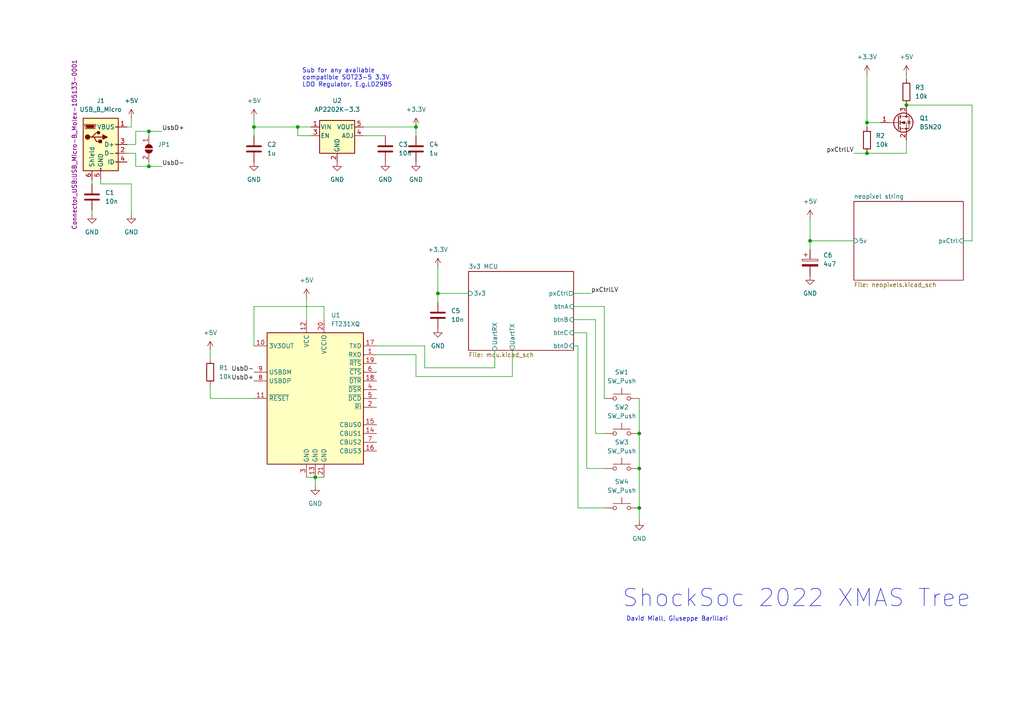
<source format=kicad_sch>
(kicad_sch (version 20211123) (generator eeschema)
  (paper "A4")
  (lib_symbols
    (symbol "Connector:USB_B_Micro" (pin_names (offset 1.016))
      (property "Reference" "J" (at -5.08 11.43 0))
      (property "Value" "USB_B_Micro" (at -5.08 8.89 0))
      (symbol "USB_B_Micro_0_1"
        (rectangle (start -5.08 -7.62) (end 5.08 7.62) (stroke (width 0.254)) (fill (type background)))
        (circle (center -3.81 2.159) (radius 0.635) (stroke (width 0.254)) (fill (type outline)))
        (circle (center -0.635 3.429) (radius 0.381) (stroke (width 0.254)) (fill (type outline)))
        (rectangle (start -0.127 -7.62) (end 0.127 -6.858))
        (polyline (pts (xy -1.905 2.159) (xy 0.635 2.159)) (stroke (width 0.254)))
        (polyline (pts (xy -3.175 2.159) (xy -2.54 2.159) (xy -1.27 3.429) (xy -0.635 3.429)) (stroke (width 0.254)))
        (polyline (pts (xy -2.54 2.159) (xy -1.905 2.159) (xy -1.27 0.889) (xy 0 0.889)) (stroke (width 0.254)))
        (polyline (pts (xy 0.635 2.794) (xy 0.635 1.524) (xy 1.905 2.159) (xy 0.635 2.794)) (stroke (width 0.254)) (fill (type outline)))
        (polyline (pts (xy -4.318 5.588) (xy -1.778 5.588) (xy -2.032 4.826) (xy -4.064 4.826) (xy -4.318 5.588)) (fill (type outline)))
        (polyline (pts (xy -4.699 5.842) (xy -4.699 5.588) (xy -4.445 4.826) (xy -4.445 4.572) (xy -1.651 4.572) (xy -1.651 4.826) (xy -1.397 5.588) (xy -1.397 5.842) (xy -4.699 5.842)))
        (rectangle (start 0.254 1.27) (end -0.508 0.508) (stroke (width 0.254)) (fill (type outline)))
        (rectangle (start 5.08 -5.207) (end 4.318 -4.953))
        (rectangle (start 5.08 -2.667) (end 4.318 -2.413))
        (rectangle (start 5.08 -0.127) (end 4.318 0.127))
        (rectangle (start 5.08 4.953) (end 4.318 5.207))
      )
      (symbol "USB_B_Micro_1_1"
        (pin power_out line (at 7.62 5.08 180) (length 2.54) (name "VBUS") (number "1"))
        (pin bidirectional line (at 7.62 -2.54 180) (length 2.54) (name "D-") (number "2"))
        (pin bidirectional line (at 7.62 0 180) (length 2.54) (name "D+") (number "3"))
        (pin passive line (at 7.62 -5.08 180) (length 2.54) (name "ID") (number "4"))
        (pin power_out line (at 0 -10.16 90) (length 2.54) (name "GND") (number "5"))
        (pin passive line (at -2.54 -10.16 90) (length 2.54) (name "Shield") (number "6"))
      )
    )
    (symbol "Device:C" (pin_numbers hide) (pin_names (offset 0.254))
      (property "Reference" "C" (at 0.635 2.54 0))
      (property "Value" "C" (at 0.635 -2.54 0))
      (symbol "C_0_1"
        (polyline (pts (xy -2.032 -0.762) (xy 2.032 -0.762)) (stroke (width 0.508)))
        (polyline (pts (xy -2.032 0.762) (xy 2.032 0.762)) (stroke (width 0.508)))
      )
      (symbol "C_1_1"
        (pin passive line (at 0 3.81 270) (length 2.794) (name "~") (number "1"))
        (pin passive line (at 0 -3.81 90) (length 2.794) (name "~") (number "2"))
      )
    )
    (symbol "Device:C_Polarized" (pin_numbers hide) (pin_names (offset 0.254))
      (property "Reference" "C" (at 0.635 2.54 0))
      (property "Value" "C_Polarized" (at 0.635 -2.54 0))
      (symbol "C_Polarized_0_1"
        (rectangle (start -2.286 0.508) (end 2.286 1.016))
        (polyline (pts (xy -1.778 2.286) (xy -0.762 2.286)))
        (polyline (pts (xy -1.27 2.794) (xy -1.27 1.778)))
        (rectangle (start 2.286 -0.508) (end -2.286 -1.016) (fill (type outline)))
      )
      (symbol "C_Polarized_1_1"
        (pin passive line (at 0 3.81 270) (length 2.794) (name "~") (number "1"))
        (pin passive line (at 0 -3.81 90) (length 2.794) (name "~") (number "2"))
      )
    )
    (symbol "Device:R" (pin_numbers hide) (pin_names (offset 0))
      (property "Reference" "R" (at 2.032 0 90))
      (property "Value" "R" (at 0 0 90))
      (symbol "R_0_1"
        (rectangle (start -1.016 -2.54) (end 1.016 2.54) (stroke (width 0.254)))
      )
      (symbol "R_1_1"
        (pin passive line (at 0 3.81 270) (length 1.27) (name "~") (number "1"))
        (pin passive line (at 0 -3.81 90) (length 1.27) (name "~") (number "2"))
      )
    )
    (symbol "Interface_USB:FT231XQ"
      (property "Reference" "U" (at -13.97 20.32 0))
      (property "Value" "FT231XQ" (at 6.35 20.32 0))
      (symbol "FT231XQ_0_1"
        (rectangle (start -13.97 19.05) (end 13.97 -19.05) (stroke (width 0.254)) (fill (type background)))
      )
      (symbol "FT231XQ_1_1"
        (pin input line (at 17.78 12.7 180) (length 3.81) (name "RXD") (number "1"))
        (pin power_out line (at -17.78 15.24 0) (length 3.81) (name "3V3OUT") (number "10"))
        (pin input line (at -17.78 0 0) (length 3.81) (name "~{RESET}") (number "11"))
        (pin power_in line (at -2.54 22.86 270) (length 3.81) (name "VCC") (number "12"))
        (pin power_in line (at 0 -22.86 90) (length 3.81) (name "GND") (number "13"))
        (pin bidirectional line (at 17.78 -10.16 180) (length 3.81) (name "CBUS1") (number "14"))
        (pin bidirectional line (at 17.78 -7.62 180) (length 3.81) (name "CBUS0") (number "15"))
        (pin bidirectional line (at 17.78 -15.24 180) (length 3.81) (name "CBUS3") (number "16"))
        (pin output line (at 17.78 15.24 180) (length 3.81) (name "TXD") (number "17"))
        (pin output line (at 17.78 5.08 180) (length 3.81) (name "~{DTR}") (number "18"))
        (pin output line (at 17.78 10.16 180) (length 3.81) (name "~{RTS}") (number "19"))
        (pin input line (at 17.78 -2.54 180) (length 3.81) (name "~{RI}") (number "2"))
        (pin power_in line (at 2.54 22.86 270) (length 3.81) (name "VCCIO") (number "20"))
        (pin power_in line (at 2.54 -22.86 90) (length 3.81) (name "GND") (number "21"))
        (pin power_in line (at -2.54 -22.86 90) (length 3.81) (name "GND") (number "3"))
        (pin input line (at 17.78 2.54 180) (length 3.81) (name "~{DSR}") (number "4"))
        (pin input line (at 17.78 0 180) (length 3.81) (name "~{DCD}") (number "5"))
        (pin input line (at 17.78 7.62 180) (length 3.81) (name "~{CTS}") (number "6"))
        (pin bidirectional line (at 17.78 -12.7 180) (length 3.81) (name "CBUS2") (number "7"))
        (pin bidirectional line (at -17.78 5.08 0) (length 3.81) (name "USBDP") (number "8"))
        (pin bidirectional line (at -17.78 7.62 0) (length 3.81) (name "USBDM") (number "9"))
      )
    )
    (symbol "Jumper:SolderJumper_2_Open" (pin_names (offset 0) hide)
      (property "Reference" "JP" (at 0 2.032 0))
      (property "Value" "SolderJumper_2_Open" (at 0 -2.54 0))
      (symbol "SolderJumper_2_Open_0_1"
        (arc (start -0.254 1.016) (mid -1.27 0) (end -0.254 -1.016))
        (arc (start -0.254 1.016) (mid -1.27 0) (end -0.254 -1.016) (fill (type outline)))
        (polyline (pts (xy -0.254 1.016) (xy -0.254 -1.016)))
        (polyline (pts (xy 0.254 1.016) (xy 0.254 -1.016)))
        (arc (start 0.254 -1.016) (mid 1.27 0) (end 0.254 1.016))
        (arc (start 0.254 -1.016) (mid 1.27 0) (end 0.254 1.016) (fill (type outline)))
      )
      (symbol "SolderJumper_2_Open_1_1"
        (pin passive line (at -3.81 0 0) (length 2.54) (name "A") (number "1"))
        (pin passive line (at 3.81 0 180) (length 2.54) (name "B") (number "2"))
      )
    )
    (symbol "Regulator_Linear:AP2204K-ADJ" (pin_names (offset 0.254))
      (property "Reference" "U" (at -5.08 5.715 0))
      (property "Value" "AP2204K-ADJ" (at 0 5.715 0))
      (symbol "AP2204K-ADJ_0_1"
        (rectangle (start -5.08 4.445) (end 5.08 -5.08) (stroke (width 0.254)) (fill (type background)))
      )
      (symbol "AP2204K-ADJ_1_1"
        (pin power_in line (at -7.62 2.54 0) (length 2.54) (name "VIN") (number "1"))
        (pin power_in line (at 0 -7.62 90) (length 2.54) (name "GND") (number "2"))
        (pin input line (at -7.62 0 0) (length 2.54) (name "EN") (number "3"))
        (pin input line (at 7.62 0 180) (length 2.54) (name "ADJ") (number "4"))
        (pin power_out line (at 7.62 2.54 180) (length 2.54) (name "VOUT") (number "5"))
      )
    )
    (symbol "Switch:SW_Push" (pin_numbers hide) (pin_names (offset 1.016) hide)
      (property "Reference" "SW" (at 1.27 2.54 0))
      (property "Value" "SW_Push" (at 0 -1.524 0))
      (symbol "SW_Push_0_1"
        (circle (center -2.032 0) (radius 0.508))
        (polyline (pts (xy 0 1.27) (xy 0 3.048)))
        (polyline (pts (xy 2.54 1.27) (xy -2.54 1.27)))
        (circle (center 2.032 0) (radius 0.508))
        (pin passive line (at -5.08 0 0) (length 2.54) (name "1") (number "1"))
        (pin passive line (at 5.08 0 180) (length 2.54) (name "2") (number "2"))
      )
    )
    (symbol "Transistor_FET:BSN20" (pin_names hide)
      (property "Reference" "Q" (at 5.08 1.905 0))
      (property "Value" "BSN20" (at 5.08 0 0))
      (symbol "BSN20_0_1"
        (polyline (pts (xy 0.254 0) (xy -2.54 0)))
        (polyline (pts (xy 0.254 1.905) (xy 0.254 -1.905)) (stroke (width 0.254)))
        (polyline (pts (xy 0.762 -1.27) (xy 0.762 -2.286)) (stroke (width 0.254)))
        (polyline (pts (xy 0.762 0.508) (xy 0.762 -0.508)) (stroke (width 0.254)))
        (polyline (pts (xy 0.762 2.286) (xy 0.762 1.27)) (stroke (width 0.254)))
        (polyline (pts (xy 2.54 2.54) (xy 2.54 1.778)))
        (polyline (pts (xy 2.54 -2.54) (xy 2.54 0) (xy 0.762 0)))
        (polyline (pts (xy 0.762 -1.778) (xy 3.302 -1.778) (xy 3.302 1.778) (xy 0.762 1.778)))
        (polyline (pts (xy 1.016 0) (xy 2.032 0.381) (xy 2.032 -0.381) (xy 1.016 0)) (fill (type outline)))
        (polyline (pts (xy 2.794 0.508) (xy 2.921 0.381) (xy 3.683 0.381) (xy 3.81 0.254)))
        (polyline (pts (xy 3.302 0.381) (xy 2.921 -0.254) (xy 3.683 -0.254) (xy 3.302 0.381)))
        (circle (center 1.651 0) (radius 2.794) (stroke (width 0.254)))
        (circle (center 2.54 -1.778) (radius 0.254) (fill (type outline)))
        (circle (center 2.54 1.778) (radius 0.254) (fill (type outline)))
      )
      (symbol "BSN20_1_1"
        (pin input line (at -5.08 0 0) (length 2.54) (name "G") (number "1"))
        (pin passive line (at 2.54 -5.08 90) (length 2.54) (name "S") (number "2"))
        (pin passive line (at 2.54 5.08 270) (length 2.54) (name "D") (number "3"))
      )
    )
    (symbol "power:+3.3V" (power) (pin_names (offset 0))
      (property "Value" "+3.3V" (at 0 3.556 0))
      (symbol "+3.3V_0_1"
        (polyline (pts (xy -0.762 1.27) (xy 0 2.54)))
        (polyline (pts (xy 0 0) (xy 0 2.54)))
        (polyline (pts (xy 0 2.54) (xy 0.762 1.27)))
      )
      (symbol "+3.3V_1_1"
        (pin power_in line (at 0 0 90) (length 0) hide (name "+3.3V") (number "1"))
      )
    )
    (symbol "power:+5V" (power) (pin_names (offset 0))
      (property "Value" "+5V" (at 0 3.556 0))
      (symbol "+5V_0_1"
        (polyline (pts (xy -0.762 1.27) (xy 0 2.54)))
        (polyline (pts (xy 0 0) (xy 0 2.54)))
        (polyline (pts (xy 0 2.54) (xy 0.762 1.27)))
      )
      (symbol "+5V_1_1"
        (pin power_in line (at 0 0 90) (length 0) hide (name "+5V") (number "1"))
      )
    )
    (symbol "power:GND" (power) (pin_names (offset 0))
      (property "Value" "GND" (at 0 -3.81 0))
      (symbol "GND_0_1"
        (polyline (pts (xy 0 0) (xy 0 -1.27) (xy 1.27 -1.27) (xy 0 -2.54) (xy -1.27 -1.27) (xy 0 -1.27)))
      )
      (symbol "GND_1_1"
        (pin power_in line (at 0 0 270) (length 0) hide (name "GND") (number "1"))
      )
    )
  )
  (junction (at 43.18 48.26))
  (junction (at 262.89 30.48))
  (junction (at 73.66 36.83))
  (junction (at 185.42 147.32))
  (junction (at 43.18 38.1))
  (junction (at 120.65 36.83))
  (junction (at 251.46 44.45))
  (junction (at 127 85.09))
  (junction (at 234.95 69.85))
  (junction (at 185.42 125.73))
  (junction (at 251.46 35.56))
  (junction (at 185.42 135.89))
  (junction (at 86.36 36.83))
  (junction (at 91.44 138.43))
  (wire (pts (xy 88.9 138.43) (xy 91.44 138.43)))
  (wire (pts (xy 175.26 88.9) (xy 175.26 115.57)))
  (wire (pts (xy 90.17 39.37) (xy 86.36 39.37)))
  (wire (pts (xy 251.46 35.56) (xy 251.46 36.83)))
  (wire (pts (xy 167.64 147.32) (xy 175.26 147.32)))
  (wire (pts (xy 60.96 101.6) (xy 60.96 104.14)))
  (wire (pts (xy 185.42 147.32) (xy 185.42 151.13)))
  (wire (pts (xy 185.42 115.57) (xy 185.42 125.73)))
  (wire (pts (xy 93.98 88.9) (xy 93.98 92.71)))
  (wire (pts (xy 185.42 125.73) (xy 185.42 135.89)))
  (wire (pts (xy 170.18 96.52) (xy 170.18 135.89)))
  (wire (pts (xy 36.83 41.91) (xy 39.37 41.91)))
  (wire (pts (xy 91.44 138.43) (xy 93.98 138.43)))
  (wire (pts (xy 86.36 39.37) (xy 86.36 36.83)))
  (wire (pts (xy 73.66 88.9) (xy 93.98 88.9)))
  (wire (pts (xy 43.18 38.1) (xy 43.18 39.37)))
  (wire (pts (xy 109.22 102.87) (xy 120.65 102.87)))
  (wire (pts (xy 86.36 36.83) (xy 90.17 36.83)))
  (wire (pts (xy 166.37 100.33) (xy 167.64 100.33)))
  (wire (pts (xy 120.65 36.83) (xy 120.65 39.37)))
  (wire (pts (xy 120.65 109.22) (xy 148.59 109.22)))
  (wire (pts (xy 127 85.09) (xy 127 77.47)))
  (wire (pts (xy 234.95 63.5) (xy 234.95 69.85)))
  (wire (pts (xy 251.46 44.45) (xy 262.89 44.45)))
  (wire (pts (xy 109.22 100.33) (xy 123.19 100.33)))
  (wire (pts (xy 73.66 36.83) (xy 86.36 36.83)))
  (wire (pts (xy 170.18 135.89) (xy 175.26 135.89)))
  (wire (pts (xy 26.67 52.07) (xy 26.67 53.34)))
  (wire (pts (xy 127 85.09) (xy 127 87.63)))
  (wire (pts (xy 135.89 85.09) (xy 127 85.09)))
  (wire (pts (xy 247.65 44.45) (xy 251.46 44.45)))
  (wire (pts (xy 185.42 135.89) (xy 185.42 147.32)))
  (wire (pts (xy 105.41 36.83) (xy 120.65 36.83)))
  (wire (pts (xy 262.89 21.59) (xy 262.89 22.86)))
  (wire (pts (xy 73.66 115.57) (xy 60.96 115.57)))
  (wire (pts (xy 60.96 115.57) (xy 60.96 111.76)))
  (wire (pts (xy 39.37 44.45) (xy 39.37 48.26)))
  (wire (pts (xy 105.41 39.37) (xy 111.76 39.37)))
  (wire (pts (xy 38.1 53.34) (xy 29.21 53.34)))
  (wire (pts (xy 143.51 101.6) (xy 143.51 106.68)))
  (wire (pts (xy 39.37 41.91) (xy 39.37 38.1)))
  (wire (pts (xy 29.21 53.34) (xy 29.21 52.07)))
  (wire (pts (xy 43.18 38.1) (xy 46.99 38.1)))
  (wire (pts (xy 148.59 101.6) (xy 148.59 109.22)))
  (wire (pts (xy 166.37 88.9) (xy 175.26 88.9)))
  (wire (pts (xy 39.37 38.1) (xy 43.18 38.1)))
  (wire (pts (xy 255.27 35.56) (xy 251.46 35.56)))
  (wire (pts (xy 91.44 138.43) (xy 91.44 140.97)))
  (wire (pts (xy 120.65 102.87) (xy 120.65 109.22)))
  (wire (pts (xy 43.18 48.26) (xy 46.99 48.26)))
  (wire (pts (xy 234.95 69.85) (xy 247.65 69.85)))
  (wire (pts (xy 73.66 100.33) (xy 73.66 88.9)))
  (wire (pts (xy 123.19 100.33) (xy 123.19 106.68)))
  (wire (pts (xy 262.89 40.64) (xy 262.89 44.45)))
  (wire (pts (xy 166.37 92.71) (xy 172.72 92.71)))
  (wire (pts (xy 281.94 69.85) (xy 279.4 69.85)))
  (wire (pts (xy 39.37 48.26) (xy 43.18 48.26)))
  (wire (pts (xy 73.66 34.29) (xy 73.66 36.83)))
  (wire (pts (xy 172.72 125.73) (xy 175.26 125.73)))
  (wire (pts (xy 166.37 85.09) (xy 171.45 85.09)))
  (wire (pts (xy 123.19 106.68) (xy 143.51 106.68)))
  (wire (pts (xy 26.67 60.96) (xy 26.67 62.23)))
  (wire (pts (xy 38.1 62.23) (xy 38.1 53.34)))
  (wire (pts (xy 166.37 96.52) (xy 170.18 96.52)))
  (wire (pts (xy 43.18 46.99) (xy 43.18 48.26)))
  (wire (pts (xy 281.94 30.48) (xy 281.94 69.85)))
  (wire (pts (xy 234.95 69.85) (xy 234.95 72.39)))
  (wire (pts (xy 262.89 30.48) (xy 281.94 30.48)))
  (wire (pts (xy 36.83 36.83) (xy 38.1 36.83)))
  (wire (pts (xy 172.72 92.71) (xy 172.72 125.73)))
  (wire (pts (xy 38.1 36.83) (xy 38.1 34.29)))
  (wire (pts (xy 251.46 21.59) (xy 251.46 35.56)))
  (wire (pts (xy 73.66 36.83) (xy 73.66 39.37)))
  (wire (pts (xy 36.83 44.45) (xy 39.37 44.45)))
  (wire (pts (xy 88.9 86.36) (xy 88.9 92.71)))
  (wire (pts (xy 167.64 100.33) (xy 167.64 147.32)))
  (text "Sub for any available\ncompatible SOT23-5 3.3V\nLDO Regulator. E.g.LD2985" (at 87.63 25.4 0) (effects (font (size 1.27 1.27)) (justify left bottom)))
  (text "David Miall, Giuseppe Barillari" (at 181.61 180.34 0) (effects (font (size 1.27 1.27)) (justify left bottom)))
  (text "ShockSoc 2022 XMAS Tree" (at 180.34 176.53 0) (effects (font (size 5 5)) (justify left bottom)))
  (label "UsbD+" (at 46.99 38.1 0))
  (label "UsbD+" (at 73.66 110.49 180))
  (label "UsbD-" (at 73.66 107.95 180))
  (label "pxCtrlLV" (at 247.65 44.45 180))
  (label "pxCtrlLV" (at 171.45 85.09 0))
  (label "UsbD-" (at 46.99 48.26 0))
  (symbol (lib_id "Device:C") (at 73.66 43.18 0) (unit 1)
    (property "Reference" "C2" (at 77.47 41.9099 0) (effects (justify left)))
    (property "Value" "1u" (at 77.47 44.4499 0) (effects (justify left)))
    (property "Footprint" "Capacitor_SMD:C_0805_2012Metric_Pad1.18x1.45mm_HandSolder" (effects hide))
  )
  (symbol (lib_id "power:GND") (at 97.79 46.99 0) (unit 1)
    (property "Reference" "#PWR09" (effects hide))
    (property "Value" "GND" (at 97.79 52.07 0))
  )
  (symbol (lib_id "Device:R") (at 262.89 26.67 0) (unit 1)
    (property "Reference" "R3" (at 265.43 25.3999 0) (effects (justify left)))
    (property "Value" "10k" (at 265.43 27.9399 0) (effects (justify left)))
    (property "Footprint" "Resistor_SMD:R_0805_2012Metric_Pad1.20x1.40mm_HandSolder" (effects hide))
  )
  (symbol (lib_id "Regulator_Linear:AP2204K-ADJ") (at 97.79 39.37 0) (unit 1)
    (property "Reference" "U2" (at 97.79 29.21 0))
    (property "Value" "AP2202K-3.3" (at 97.79 31.75 0))
    (property "Footprint" "Package_TO_SOT_SMD:SOT-23-5" (effects hide))
    (property "Datasheet" "https://www.diodes.com/assets/Datasheets/AP2204.pdf" (effects hide))
  )
  (symbol (lib_id "Device:C") (at 111.76 43.18 0) (unit 1)
    (property "Reference" "C3" (at 115.57 41.9099 0) (effects (justify left)))
    (property "Value" "10n" (at 115.57 44.4499 0) (effects (justify left)))
    (property "Footprint" "Capacitor_SMD:C_0805_2012Metric_Pad1.18x1.45mm_HandSolder" (effects hide))
  )
  (symbol (lib_id "power:GND") (at 38.1 62.23 0) (unit 1)
    (property "Reference" "#PWR03" (effects hide))
    (property "Value" "GND" (at 38.1 67.31 0))
  )
  (symbol (lib_id "Connector:USB_B_Micro") (at 29.21 41.91 0) (unit 1)
    (property "Reference" "J1" (at 29.21 29.21 0))
    (property "Value" "USB_B_Micro" (at 29.21 31.75 0))
    (property "Footprint" "Connector_USB:USB_Micro-B_Molex-105133-0001" (at 21.59 41.91 90))
  )
  (symbol (lib_id "Device:C") (at 120.65 43.18 0) (unit 1)
    (property "Reference" "C4" (at 124.46 41.9099 0) (effects (justify left)))
    (property "Value" "1u" (at 124.46 44.4499 0) (effects (justify left)))
    (property "Footprint" "Capacitor_SMD:C_0805_2012Metric_Pad1.18x1.45mm_HandSolder" (effects hide))
  )
  (symbol (lib_id "power:GND") (at 73.66 46.99 0) (unit 1)
    (property "Reference" "#PWR06" (effects hide))
    (property "Value" "GND" (at 73.66 52.07 0))
  )
  (symbol (lib_id "Device:R") (at 251.46 40.64 0) (unit 1)
    (property "Reference" "R2" (at 254 39.3699 0) (effects (justify left)))
    (property "Value" "10k" (at 254 41.9099 0) (effects (justify left)))
    (property "Footprint" "Resistor_SMD:R_0805_2012Metric_Pad1.20x1.40mm_HandSolder" (effects hide))
  )
  (symbol (lib_id "power:GND") (at 26.67 62.23 0) (unit 1)
    (property "Reference" "#PWR01" (effects hide))
    (property "Value" "GND" (at 26.67 67.31 0))
  )
  (symbol (lib_id "power:+5V") (at 234.95 63.5 0) (unit 1)
    (property "Reference" "#PWR016" (effects hide))
    (property "Value" "+5V" (at 234.95 58.42 0))
  )
  (symbol (lib_id "power:GND") (at 111.76 46.99 0) (unit 1)
    (property "Reference" "#PWR010" (effects hide))
    (property "Value" "GND" (at 111.76 52.07 0))
  )
  (symbol (lib_id "power:GND") (at 120.65 46.99 0) (unit 1)
    (property "Reference" "#PWR012" (effects hide))
    (property "Value" "GND" (at 120.65 52.07 0))
  )
  (symbol (lib_id "power:GND") (at 127 95.25 0) (unit 1)
    (property "Reference" "#PWR014" (effects hide))
    (property "Value" "GND" (at 127 100.33 0))
  )
  (symbol (lib_id "power:GND") (at 91.44 140.97 0) (unit 1)
    (property "Reference" "#PWR08" (effects hide))
    (property "Value" "GND" (at 91.44 146.05 0))
  )
  (symbol (lib_id "power:+5V") (at 38.1 34.29 0) (unit 1)
    (property "Reference" "#PWR02" (effects hide))
    (property "Value" "+5V" (at 38.1 29.21 0))
  )
  (symbol (lib_id "power:+5V") (at 88.9 86.36 0) (unit 1)
    (property "Reference" "#PWR07" (effects hide))
    (property "Value" "+5V" (at 88.9 81.28 0))
  )
  (symbol (lib_id "Switch:SW_Push") (at 180.34 135.89 0) (unit 1)
    (property "Reference" "SW3" (at 180.34 128.27 0))
    (property "Value" "SW_Push" (at 180.34 130.81 0))
    (property "Footprint" "Button_Switch_SMD:SW_Push_1P1T_NO_6x6mm_H9.5mm" (effects hide))
  )
  (symbol (lib_id "power:GND") (at 234.95 80.01 0) (unit 1)
    (property "Reference" "#PWR017" (effects hide))
    (property "Value" "GND" (at 234.95 85.09 0))
  )
  (symbol (lib_id "power:+5V") (at 73.66 34.29 0) (unit 1)
    (property "Reference" "#PWR05" (effects hide))
    (property "Value" "+5V" (at 73.66 29.21 0))
  )
  (symbol (lib_id "Transistor_FET:BSN20") (at 260.35 35.56 0) (unit 1)
    (property "Reference" "Q1" (at 266.7 34.2899 0) (effects (justify left)))
    (property "Value" "BSN20" (at 266.7 36.8299 0) (effects (justify left)))
    (property "Footprint" "Package_TO_SOT_SMD:SOT-23" (effects hide))
    (property "Datasheet" "http://www.diodes.com/assets/Datasheets/ds31898.pdf" (effects hide))
  )
  (symbol (lib_id "power:+5V") (at 60.96 101.6 0) (unit 1)
    (property "Reference" "#PWR04" (effects hide))
    (property "Value" "+5V" (at 60.96 96.52 0))
  )
  (symbol (lib_id "power:+3.3V") (at 120.65 36.83 0) (unit 1)
    (property "Reference" "#PWR011" (effects hide))
    (property "Value" "+3.3V" (at 120.65 31.75 0))
  )
  (symbol (lib_id "Switch:SW_Push") (at 180.34 125.73 0) (unit 1)
    (property "Reference" "SW2" (at 180.34 118.11 0))
    (property "Value" "SW_Push" (at 180.34 120.65 0))
    (property "Footprint" "Button_Switch_SMD:SW_Push_1P1T_NO_6x6mm_H9.5mm" (effects hide))
  )
  (symbol (lib_id "power:GND") (at 185.42 151.13 0) (unit 1)
    (property "Reference" "#PWR015" (effects hide))
    (property "Value" "GND" (at 185.42 156.21 0))
  )
  (symbol (lib_id "Switch:SW_Push") (at 180.34 115.57 0) (unit 1)
    (property "Reference" "SW1" (at 180.34 107.95 0))
    (property "Value" "SW_Push" (at 180.34 110.49 0))
    (property "Footprint" "Button_Switch_SMD:SW_Push_1P1T_NO_6x6mm_H9.5mm" (effects hide))
  )
  (symbol (lib_id "Device:C") (at 26.67 57.15 0) (unit 1)
    (property "Reference" "C1" (at 30.48 55.8799 0) (effects (justify left)))
    (property "Value" "10n" (at 30.48 58.4199 0) (effects (justify left)))
    (property "Footprint" "Capacitor_SMD:C_0805_2012Metric_Pad1.18x1.45mm_HandSolder" (effects hide))
  )
  (symbol (lib_id "power:+5V") (at 262.89 21.59 0) (unit 1)
    (property "Reference" "#PWR019" (effects hide))
    (property "Value" "+5V" (at 262.89 16.51 0))
  )
  (symbol (lib_id "power:+3.3V") (at 127 77.47 0) (unit 1)
    (property "Reference" "#PWR013" (effects hide))
    (property "Value" "+3.3V" (at 127 72.39 0))
  )
  (symbol (lib_id "power:+3.3V") (at 251.46 21.59 0) (unit 1)
    (property "Reference" "#PWR018" (effects hide))
    (property "Value" "+3.3V" (at 251.46 16.51 0))
  )
  (symbol (lib_id "Device:C_Polarized") (at 234.95 76.2 0) (unit 1)
    (property "Reference" "C6" (at 238.76 74.0409 0) (effects (justify left)))
    (property "Value" "4u7" (at 238.76 76.5809 0) (effects (justify left)))
    (property "Footprint" "Capacitor_SMD:C_0805_2012Metric_Pad1.18x1.45mm_HandSolder" (effects hide))
  )
  (symbol (lib_id "Device:C") (at 127 91.44 0) (unit 1)
    (property "Reference" "C5" (at 130.81 90.1699 0) (effects (justify left)))
    (property "Value" "10n" (at 130.81 92.7099 0) (effects (justify left)))
    (property "Footprint" "Capacitor_SMD:C_0805_2012Metric_Pad1.18x1.45mm_HandSolder" (effects hide))
  )
  (symbol (lib_id "Jumper:SolderJumper_2_Open") (at 43.18 43.18 270) (unit 1)
    (property "Reference" "JP1" (at 45.72 41.9099 90) (effects (justify left)))
    (property "Value" "SolderJumper_2_Open" (effects hide))
    (property "Footprint" "Jumper:SolderJumper-2_P1.3mm_Open_RoundedPad1.0x1.5mm" (effects hide))
  )
  (symbol (lib_id "Interface_USB:FT231XQ") (at 91.44 115.57 0) (unit 1)
    (property "Reference" "U1" (at 95.9994 91.44 0) (effects (justify left)))
    (property "Value" "FT231XQ" (at 95.9994 93.98 0) (effects (justify left)))
    (property "Footprint" "Package_DFN_QFN:QFN-20-1EP_4x4mm_P0.5mm_EP2.5x2.5mm" (effects hide))
    (property "Datasheet" "https://www.ftdichip.com/Support/Documents/DataSheets/ICs/DS_FT231X.pdf" (effects hide))
  )
  (symbol (lib_id "Device:R") (at 60.96 107.95 0) (unit 1)
    (property "Reference" "R1" (at 63.5 106.6799 0) (effects (justify left)))
    (property "Value" "10k" (at 63.5 109.2199 0) (effects (justify left)))
    (property "Footprint" "Resistor_SMD:R_0805_2012Metric_Pad1.20x1.40mm_HandSolder" (effects hide))
  )
  (symbol (lib_id "Switch:SW_Push") (at 180.34 147.32 0) (unit 1)
    (property "Reference" "SW4" (at 180.34 139.7 0))
    (property "Value" "SW_Push" (at 180.34 142.24 0))
    (property "Footprint" "Button_Switch_SMD:SW_Push_1P1T_NO_6x6mm_H9.5mm" (effects hide))
  )
  (sheet (at 247.65 58.42) (size 31.75 22.86) (stroke (width 0.1524))
    (property "Sheet name" "neopixel string" (at 247.65 57.7084 0) (effects (justify left bottom)))
    (property "Sheet file" "neopixels.kicad_sch" (at 247.65 81.8646 0) (effects (justify left top)))
    (pin "pxCtrl" input (at 279.4 69.85 0))
    (pin "5v" input (at 247.65 69.85 180))
  )
  (sheet (at 135.89 78.74) (size 30.48 22.86) (stroke (width 0.1524))
    (property "Sheet name" "3v3 MCU" (at 135.89 78.0284 0) (effects (justify left bottom)))
    (property "Sheet file" "mcu.kicad_sch" (at 135.89 102.1846 0) (effects (justify left top)))
    (pin "3v3" input (at 135.89 85.09 180))
    (pin "pxCtrl" output (at 166.37 85.09 0))
    (pin "btnA" input (at 166.37 88.9 0))
    (pin "btnB" input (at 166.37 92.71 0))
    (pin "btnC" input (at 166.37 96.52 0))
    (pin "btnD" input (at 166.37 100.33 0))
    (pin "UartRX" input (at 143.51 101.6 270))
    (pin "UartTX" output (at 148.59 101.6 270))
  )
)
</source>
